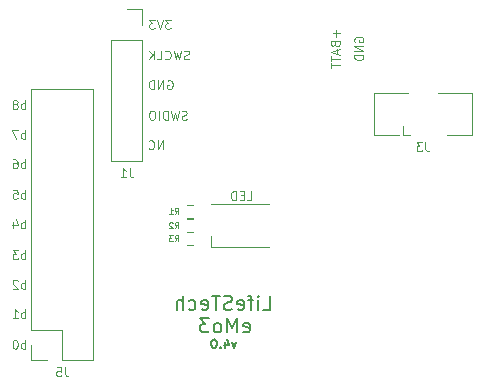
<source format=gbr>
G04 #@! TF.FileFunction,Legend,Bot*
%FSLAX46Y46*%
G04 Gerber Fmt 4.6, Leading zero omitted, Abs format (unit mm)*
G04 Created by KiCad (PCBNEW 4.0.7) date Tuesday, 19 '19e' June '19e' 2018, 11:22:24*
%MOMM*%
%LPD*%
G01*
G04 APERTURE LIST*
%ADD10C,0.100000*%
%ADD11C,0.150000*%
%ADD12C,0.200000*%
%ADD13C,0.120000*%
G04 APERTURE END LIST*
D10*
X137189286Y-85239286D02*
X137189286Y-84489286D01*
X136760714Y-85239286D01*
X136760714Y-84489286D01*
X135975000Y-85167857D02*
X136010714Y-85203571D01*
X136117857Y-85239286D01*
X136189286Y-85239286D01*
X136296429Y-85203571D01*
X136367857Y-85132143D01*
X136403572Y-85060714D01*
X136439286Y-84917857D01*
X136439286Y-84810714D01*
X136403572Y-84667857D01*
X136367857Y-84596429D01*
X136296429Y-84525000D01*
X136189286Y-84489286D01*
X136117857Y-84489286D01*
X136010714Y-84525000D01*
X135975000Y-84560714D01*
D11*
X143396429Y-101564286D02*
X143217858Y-102064286D01*
X143039286Y-101564286D01*
X142432143Y-101564286D02*
X142432143Y-102064286D01*
X142610714Y-101278571D02*
X142789286Y-101814286D01*
X142325000Y-101814286D01*
X142039286Y-101992857D02*
X142003571Y-102028571D01*
X142039286Y-102064286D01*
X142075000Y-102028571D01*
X142039286Y-101992857D01*
X142039286Y-102064286D01*
X141539285Y-101314286D02*
X141467857Y-101314286D01*
X141396428Y-101350000D01*
X141360714Y-101385714D01*
X141325000Y-101457143D01*
X141289285Y-101600000D01*
X141289285Y-101778571D01*
X141325000Y-101921429D01*
X141360714Y-101992857D01*
X141396428Y-102028571D01*
X141467857Y-102064286D01*
X141539285Y-102064286D01*
X141610714Y-102028571D01*
X141646428Y-101992857D01*
X141682143Y-101921429D01*
X141717857Y-101778571D01*
X141717857Y-101600000D01*
X141682143Y-101457143D01*
X141646428Y-101385714D01*
X141610714Y-101350000D01*
X141539285Y-101314286D01*
D12*
X143996428Y-100685714D02*
X144110714Y-100742857D01*
X144339285Y-100742857D01*
X144453571Y-100685714D01*
X144510714Y-100571429D01*
X144510714Y-100114286D01*
X144453571Y-100000000D01*
X144339285Y-99942857D01*
X144110714Y-99942857D01*
X143996428Y-100000000D01*
X143939285Y-100114286D01*
X143939285Y-100228571D01*
X144510714Y-100342857D01*
X143425000Y-100742857D02*
X143425000Y-99542857D01*
X143025000Y-100400000D01*
X142625000Y-99542857D01*
X142625000Y-100742857D01*
X141882142Y-100742857D02*
X141996428Y-100685714D01*
X142053571Y-100628571D01*
X142110714Y-100514286D01*
X142110714Y-100171429D01*
X142053571Y-100057143D01*
X141996428Y-100000000D01*
X141882142Y-99942857D01*
X141710714Y-99942857D01*
X141596428Y-100000000D01*
X141539285Y-100057143D01*
X141482142Y-100171429D01*
X141482142Y-100514286D01*
X141539285Y-100628571D01*
X141596428Y-100685714D01*
X141710714Y-100742857D01*
X141882142Y-100742857D01*
X141082142Y-99542857D02*
X140339285Y-99542857D01*
X140739285Y-100000000D01*
X140567857Y-100000000D01*
X140453571Y-100057143D01*
X140396428Y-100114286D01*
X140339285Y-100228571D01*
X140339285Y-100514286D01*
X140396428Y-100628571D01*
X140453571Y-100685714D01*
X140567857Y-100742857D01*
X140910714Y-100742857D01*
X141025000Y-100685714D01*
X141082142Y-100628571D01*
X145646428Y-98842857D02*
X146217857Y-98842857D01*
X146217857Y-97642857D01*
X145246428Y-98842857D02*
X145246428Y-98042857D01*
X145246428Y-97642857D02*
X145303571Y-97700000D01*
X145246428Y-97757143D01*
X145189285Y-97700000D01*
X145246428Y-97642857D01*
X145246428Y-97757143D01*
X144846427Y-98042857D02*
X144389284Y-98042857D01*
X144674999Y-98842857D02*
X144674999Y-97814286D01*
X144617856Y-97700000D01*
X144503570Y-97642857D01*
X144389284Y-97642857D01*
X143532142Y-98785714D02*
X143646428Y-98842857D01*
X143874999Y-98842857D01*
X143989285Y-98785714D01*
X144046428Y-98671429D01*
X144046428Y-98214286D01*
X143989285Y-98100000D01*
X143874999Y-98042857D01*
X143646428Y-98042857D01*
X143532142Y-98100000D01*
X143474999Y-98214286D01*
X143474999Y-98328571D01*
X144046428Y-98442857D01*
X143017857Y-98785714D02*
X142846428Y-98842857D01*
X142560714Y-98842857D01*
X142446428Y-98785714D01*
X142389285Y-98728571D01*
X142332142Y-98614286D01*
X142332142Y-98500000D01*
X142389285Y-98385714D01*
X142446428Y-98328571D01*
X142560714Y-98271429D01*
X142789285Y-98214286D01*
X142903571Y-98157143D01*
X142960714Y-98100000D01*
X143017857Y-97985714D01*
X143017857Y-97871429D01*
X142960714Y-97757143D01*
X142903571Y-97700000D01*
X142789285Y-97642857D01*
X142503571Y-97642857D01*
X142332142Y-97700000D01*
X141989285Y-97642857D02*
X141303571Y-97642857D01*
X141646428Y-98842857D02*
X141646428Y-97642857D01*
X140446428Y-98785714D02*
X140560714Y-98842857D01*
X140789285Y-98842857D01*
X140903571Y-98785714D01*
X140960714Y-98671429D01*
X140960714Y-98214286D01*
X140903571Y-98100000D01*
X140789285Y-98042857D01*
X140560714Y-98042857D01*
X140446428Y-98100000D01*
X140389285Y-98214286D01*
X140389285Y-98328571D01*
X140960714Y-98442857D01*
X139360714Y-98785714D02*
X139475000Y-98842857D01*
X139703571Y-98842857D01*
X139817857Y-98785714D01*
X139875000Y-98728571D01*
X139932143Y-98614286D01*
X139932143Y-98271429D01*
X139875000Y-98157143D01*
X139817857Y-98100000D01*
X139703571Y-98042857D01*
X139475000Y-98042857D01*
X139360714Y-98100000D01*
X138846429Y-98842857D02*
X138846429Y-97642857D01*
X138332143Y-98842857D02*
X138332143Y-98214286D01*
X138389286Y-98100000D01*
X138503572Y-98042857D01*
X138675000Y-98042857D01*
X138789286Y-98100000D01*
X138846429Y-98157143D01*
D10*
X153425000Y-76128572D02*
X153389286Y-76057143D01*
X153389286Y-75950000D01*
X153425000Y-75842857D01*
X153496429Y-75771429D01*
X153567857Y-75735714D01*
X153710714Y-75700000D01*
X153817857Y-75700000D01*
X153960714Y-75735714D01*
X154032143Y-75771429D01*
X154103571Y-75842857D01*
X154139286Y-75950000D01*
X154139286Y-76021429D01*
X154103571Y-76128572D01*
X154067857Y-76164286D01*
X153817857Y-76164286D01*
X153817857Y-76021429D01*
X154139286Y-76485714D02*
X153389286Y-76485714D01*
X154139286Y-76914286D01*
X153389286Y-76914286D01*
X154139286Y-77271428D02*
X153389286Y-77271428D01*
X153389286Y-77450000D01*
X153425000Y-77557143D01*
X153496429Y-77628571D01*
X153567857Y-77664286D01*
X153710714Y-77700000D01*
X153817857Y-77700000D01*
X153960714Y-77664286D01*
X154032143Y-77628571D01*
X154103571Y-77557143D01*
X154139286Y-77450000D01*
X154139286Y-77271428D01*
X151853571Y-75146428D02*
X151853571Y-75717857D01*
X152139286Y-75432143D02*
X151567857Y-75432143D01*
X151746429Y-76324999D02*
X151782143Y-76432142D01*
X151817857Y-76467857D01*
X151889286Y-76503571D01*
X151996429Y-76503571D01*
X152067857Y-76467857D01*
X152103571Y-76432142D01*
X152139286Y-76360714D01*
X152139286Y-76074999D01*
X151389286Y-76074999D01*
X151389286Y-76324999D01*
X151425000Y-76396428D01*
X151460714Y-76432142D01*
X151532143Y-76467857D01*
X151603571Y-76467857D01*
X151675000Y-76432142D01*
X151710714Y-76396428D01*
X151746429Y-76324999D01*
X151746429Y-76074999D01*
X151925000Y-76789285D02*
X151925000Y-77146428D01*
X152139286Y-76717857D02*
X151389286Y-76967857D01*
X152139286Y-77217857D01*
X151389286Y-77360714D02*
X151389286Y-77789285D01*
X152139286Y-77574999D02*
X151389286Y-77574999D01*
X151389286Y-77932143D02*
X151389286Y-78360714D01*
X152139286Y-78146428D02*
X151389286Y-78146428D01*
X125517857Y-81839286D02*
X125517857Y-81089286D01*
X125517857Y-81375000D02*
X125446428Y-81339286D01*
X125303571Y-81339286D01*
X125232142Y-81375000D01*
X125196428Y-81410714D01*
X125160714Y-81482143D01*
X125160714Y-81696429D01*
X125196428Y-81767857D01*
X125232142Y-81803571D01*
X125303571Y-81839286D01*
X125446428Y-81839286D01*
X125517857Y-81803571D01*
X124732143Y-81410714D02*
X124803571Y-81375000D01*
X124839286Y-81339286D01*
X124875000Y-81267857D01*
X124875000Y-81232143D01*
X124839286Y-81160714D01*
X124803571Y-81125000D01*
X124732143Y-81089286D01*
X124589286Y-81089286D01*
X124517857Y-81125000D01*
X124482143Y-81160714D01*
X124446428Y-81232143D01*
X124446428Y-81267857D01*
X124482143Y-81339286D01*
X124517857Y-81375000D01*
X124589286Y-81410714D01*
X124732143Y-81410714D01*
X124803571Y-81446429D01*
X124839286Y-81482143D01*
X124875000Y-81553571D01*
X124875000Y-81696429D01*
X124839286Y-81767857D01*
X124803571Y-81803571D01*
X124732143Y-81839286D01*
X124589286Y-81839286D01*
X124517857Y-81803571D01*
X124482143Y-81767857D01*
X124446428Y-81696429D01*
X124446428Y-81553571D01*
X124482143Y-81482143D01*
X124517857Y-81446429D01*
X124589286Y-81410714D01*
X125517857Y-84339286D02*
X125517857Y-83589286D01*
X125517857Y-83875000D02*
X125446428Y-83839286D01*
X125303571Y-83839286D01*
X125232142Y-83875000D01*
X125196428Y-83910714D01*
X125160714Y-83982143D01*
X125160714Y-84196429D01*
X125196428Y-84267857D01*
X125232142Y-84303571D01*
X125303571Y-84339286D01*
X125446428Y-84339286D01*
X125517857Y-84303571D01*
X124910714Y-83589286D02*
X124410714Y-83589286D01*
X124732143Y-84339286D01*
X125517857Y-86839286D02*
X125517857Y-86089286D01*
X125517857Y-86375000D02*
X125446428Y-86339286D01*
X125303571Y-86339286D01*
X125232142Y-86375000D01*
X125196428Y-86410714D01*
X125160714Y-86482143D01*
X125160714Y-86696429D01*
X125196428Y-86767857D01*
X125232142Y-86803571D01*
X125303571Y-86839286D01*
X125446428Y-86839286D01*
X125517857Y-86803571D01*
X124517857Y-86089286D02*
X124660714Y-86089286D01*
X124732143Y-86125000D01*
X124767857Y-86160714D01*
X124839286Y-86267857D01*
X124875000Y-86410714D01*
X124875000Y-86696429D01*
X124839286Y-86767857D01*
X124803571Y-86803571D01*
X124732143Y-86839286D01*
X124589286Y-86839286D01*
X124517857Y-86803571D01*
X124482143Y-86767857D01*
X124446428Y-86696429D01*
X124446428Y-86517857D01*
X124482143Y-86446429D01*
X124517857Y-86410714D01*
X124589286Y-86375000D01*
X124732143Y-86375000D01*
X124803571Y-86410714D01*
X124839286Y-86446429D01*
X124875000Y-86517857D01*
X125517857Y-89439286D02*
X125517857Y-88689286D01*
X125517857Y-88975000D02*
X125446428Y-88939286D01*
X125303571Y-88939286D01*
X125232142Y-88975000D01*
X125196428Y-89010714D01*
X125160714Y-89082143D01*
X125160714Y-89296429D01*
X125196428Y-89367857D01*
X125232142Y-89403571D01*
X125303571Y-89439286D01*
X125446428Y-89439286D01*
X125517857Y-89403571D01*
X124482143Y-88689286D02*
X124839286Y-88689286D01*
X124875000Y-89046429D01*
X124839286Y-89010714D01*
X124767857Y-88975000D01*
X124589286Y-88975000D01*
X124517857Y-89010714D01*
X124482143Y-89046429D01*
X124446428Y-89117857D01*
X124446428Y-89296429D01*
X124482143Y-89367857D01*
X124517857Y-89403571D01*
X124589286Y-89439286D01*
X124767857Y-89439286D01*
X124839286Y-89403571D01*
X124875000Y-89367857D01*
X125517857Y-91939286D02*
X125517857Y-91189286D01*
X125517857Y-91475000D02*
X125446428Y-91439286D01*
X125303571Y-91439286D01*
X125232142Y-91475000D01*
X125196428Y-91510714D01*
X125160714Y-91582143D01*
X125160714Y-91796429D01*
X125196428Y-91867857D01*
X125232142Y-91903571D01*
X125303571Y-91939286D01*
X125446428Y-91939286D01*
X125517857Y-91903571D01*
X124517857Y-91439286D02*
X124517857Y-91939286D01*
X124696428Y-91153571D02*
X124875000Y-91689286D01*
X124410714Y-91689286D01*
X125517857Y-94539286D02*
X125517857Y-93789286D01*
X125517857Y-94075000D02*
X125446428Y-94039286D01*
X125303571Y-94039286D01*
X125232142Y-94075000D01*
X125196428Y-94110714D01*
X125160714Y-94182143D01*
X125160714Y-94396429D01*
X125196428Y-94467857D01*
X125232142Y-94503571D01*
X125303571Y-94539286D01*
X125446428Y-94539286D01*
X125517857Y-94503571D01*
X124910714Y-93789286D02*
X124446428Y-93789286D01*
X124696428Y-94075000D01*
X124589286Y-94075000D01*
X124517857Y-94110714D01*
X124482143Y-94146429D01*
X124446428Y-94217857D01*
X124446428Y-94396429D01*
X124482143Y-94467857D01*
X124517857Y-94503571D01*
X124589286Y-94539286D01*
X124803571Y-94539286D01*
X124875000Y-94503571D01*
X124910714Y-94467857D01*
X125517857Y-97039286D02*
X125517857Y-96289286D01*
X125517857Y-96575000D02*
X125446428Y-96539286D01*
X125303571Y-96539286D01*
X125232142Y-96575000D01*
X125196428Y-96610714D01*
X125160714Y-96682143D01*
X125160714Y-96896429D01*
X125196428Y-96967857D01*
X125232142Y-97003571D01*
X125303571Y-97039286D01*
X125446428Y-97039286D01*
X125517857Y-97003571D01*
X124875000Y-96360714D02*
X124839286Y-96325000D01*
X124767857Y-96289286D01*
X124589286Y-96289286D01*
X124517857Y-96325000D01*
X124482143Y-96360714D01*
X124446428Y-96432143D01*
X124446428Y-96503571D01*
X124482143Y-96610714D01*
X124910714Y-97039286D01*
X124446428Y-97039286D01*
X125517857Y-99539286D02*
X125517857Y-98789286D01*
X125517857Y-99075000D02*
X125446428Y-99039286D01*
X125303571Y-99039286D01*
X125232142Y-99075000D01*
X125196428Y-99110714D01*
X125160714Y-99182143D01*
X125160714Y-99396429D01*
X125196428Y-99467857D01*
X125232142Y-99503571D01*
X125303571Y-99539286D01*
X125446428Y-99539286D01*
X125517857Y-99503571D01*
X124446428Y-99539286D02*
X124875000Y-99539286D01*
X124660714Y-99539286D02*
X124660714Y-98789286D01*
X124732143Y-98896429D01*
X124803571Y-98967857D01*
X124875000Y-99003571D01*
X125517857Y-102139286D02*
X125517857Y-101389286D01*
X125517857Y-101675000D02*
X125446428Y-101639286D01*
X125303571Y-101639286D01*
X125232142Y-101675000D01*
X125196428Y-101710714D01*
X125160714Y-101782143D01*
X125160714Y-101996429D01*
X125196428Y-102067857D01*
X125232142Y-102103571D01*
X125303571Y-102139286D01*
X125446428Y-102139286D01*
X125517857Y-102103571D01*
X124696428Y-101389286D02*
X124625000Y-101389286D01*
X124553571Y-101425000D01*
X124517857Y-101460714D01*
X124482143Y-101532143D01*
X124446428Y-101675000D01*
X124446428Y-101853571D01*
X124482143Y-101996429D01*
X124517857Y-102067857D01*
X124553571Y-102103571D01*
X124625000Y-102139286D01*
X124696428Y-102139286D01*
X124767857Y-102103571D01*
X124803571Y-102067857D01*
X124839286Y-101996429D01*
X124875000Y-101853571D01*
X124875000Y-101675000D01*
X124839286Y-101532143D01*
X124803571Y-101460714D01*
X124767857Y-101425000D01*
X124696428Y-101389286D01*
X139189286Y-82703571D02*
X139082143Y-82739286D01*
X138903572Y-82739286D01*
X138832143Y-82703571D01*
X138796429Y-82667857D01*
X138760714Y-82596429D01*
X138760714Y-82525000D01*
X138796429Y-82453571D01*
X138832143Y-82417857D01*
X138903572Y-82382143D01*
X139046429Y-82346429D01*
X139117857Y-82310714D01*
X139153572Y-82275000D01*
X139189286Y-82203571D01*
X139189286Y-82132143D01*
X139153572Y-82060714D01*
X139117857Y-82025000D01*
X139046429Y-81989286D01*
X138867857Y-81989286D01*
X138760714Y-82025000D01*
X138510714Y-81989286D02*
X138332143Y-82739286D01*
X138189286Y-82203571D01*
X138046428Y-82739286D01*
X137867857Y-81989286D01*
X137582143Y-82739286D02*
X137582143Y-81989286D01*
X137403571Y-81989286D01*
X137296428Y-82025000D01*
X137225000Y-82096429D01*
X137189285Y-82167857D01*
X137153571Y-82310714D01*
X137153571Y-82417857D01*
X137189285Y-82560714D01*
X137225000Y-82632143D01*
X137296428Y-82703571D01*
X137403571Y-82739286D01*
X137582143Y-82739286D01*
X136832143Y-82739286D02*
X136832143Y-81989286D01*
X136332142Y-81989286D02*
X136189285Y-81989286D01*
X136117857Y-82025000D01*
X136046428Y-82096429D01*
X136010714Y-82239286D01*
X136010714Y-82489286D01*
X136046428Y-82632143D01*
X136117857Y-82703571D01*
X136189285Y-82739286D01*
X136332142Y-82739286D01*
X136403571Y-82703571D01*
X136475000Y-82632143D01*
X136510714Y-82489286D01*
X136510714Y-82239286D01*
X136475000Y-82096429D01*
X136403571Y-82025000D01*
X136332142Y-81989286D01*
X137571428Y-79425000D02*
X137642857Y-79389286D01*
X137750000Y-79389286D01*
X137857143Y-79425000D01*
X137928571Y-79496429D01*
X137964286Y-79567857D01*
X138000000Y-79710714D01*
X138000000Y-79817857D01*
X137964286Y-79960714D01*
X137928571Y-80032143D01*
X137857143Y-80103571D01*
X137750000Y-80139286D01*
X137678571Y-80139286D01*
X137571428Y-80103571D01*
X137535714Y-80067857D01*
X137535714Y-79817857D01*
X137678571Y-79817857D01*
X137214286Y-80139286D02*
X137214286Y-79389286D01*
X136785714Y-80139286D01*
X136785714Y-79389286D01*
X136428572Y-80139286D02*
X136428572Y-79389286D01*
X136250000Y-79389286D01*
X136142857Y-79425000D01*
X136071429Y-79496429D01*
X136035714Y-79567857D01*
X136000000Y-79710714D01*
X136000000Y-79817857D01*
X136035714Y-79960714D01*
X136071429Y-80032143D01*
X136142857Y-80103571D01*
X136250000Y-80139286D01*
X136428572Y-80139286D01*
X139396429Y-77603571D02*
X139289286Y-77639286D01*
X139110715Y-77639286D01*
X139039286Y-77603571D01*
X139003572Y-77567857D01*
X138967857Y-77496429D01*
X138967857Y-77425000D01*
X139003572Y-77353571D01*
X139039286Y-77317857D01*
X139110715Y-77282143D01*
X139253572Y-77246429D01*
X139325000Y-77210714D01*
X139360715Y-77175000D01*
X139396429Y-77103571D01*
X139396429Y-77032143D01*
X139360715Y-76960714D01*
X139325000Y-76925000D01*
X139253572Y-76889286D01*
X139075000Y-76889286D01*
X138967857Y-76925000D01*
X138717857Y-76889286D02*
X138539286Y-77639286D01*
X138396429Y-77103571D01*
X138253571Y-77639286D01*
X138075000Y-76889286D01*
X137360714Y-77567857D02*
X137396428Y-77603571D01*
X137503571Y-77639286D01*
X137575000Y-77639286D01*
X137682143Y-77603571D01*
X137753571Y-77532143D01*
X137789286Y-77460714D01*
X137825000Y-77317857D01*
X137825000Y-77210714D01*
X137789286Y-77067857D01*
X137753571Y-76996429D01*
X137682143Y-76925000D01*
X137575000Y-76889286D01*
X137503571Y-76889286D01*
X137396428Y-76925000D01*
X137360714Y-76960714D01*
X136682143Y-77639286D02*
X137039286Y-77639286D01*
X137039286Y-76889286D01*
X136432143Y-77639286D02*
X136432143Y-76889286D01*
X136003571Y-77639286D02*
X136325000Y-77210714D01*
X136003571Y-76889286D02*
X136432143Y-77317857D01*
X137828571Y-74289286D02*
X137364285Y-74289286D01*
X137614285Y-74575000D01*
X137507143Y-74575000D01*
X137435714Y-74610714D01*
X137400000Y-74646429D01*
X137364285Y-74717857D01*
X137364285Y-74896429D01*
X137400000Y-74967857D01*
X137435714Y-75003571D01*
X137507143Y-75039286D01*
X137721428Y-75039286D01*
X137792857Y-75003571D01*
X137828571Y-74967857D01*
X137149999Y-74289286D02*
X136899999Y-75039286D01*
X136649999Y-74289286D01*
X136471428Y-74289286D02*
X136007142Y-74289286D01*
X136257142Y-74575000D01*
X136150000Y-74575000D01*
X136078571Y-74610714D01*
X136042857Y-74646429D01*
X136007142Y-74717857D01*
X136007142Y-74896429D01*
X136042857Y-74967857D01*
X136078571Y-75003571D01*
X136150000Y-75039286D01*
X136364285Y-75039286D01*
X136435714Y-75003571D01*
X136471428Y-74967857D01*
D13*
X141250000Y-93500000D02*
X141250000Y-92600000D01*
X141250000Y-89900000D02*
X146150000Y-89900000D01*
X146150000Y-93500000D02*
X141250000Y-93500000D01*
X135430000Y-86210000D02*
X132770000Y-86210000D01*
X135430000Y-75990000D02*
X135430000Y-86210000D01*
X132770000Y-75990000D02*
X132770000Y-86210000D01*
X135430000Y-75990000D02*
X132770000Y-75990000D01*
X135430000Y-74720000D02*
X135430000Y-73390000D01*
X135430000Y-73390000D02*
X134100000Y-73390000D01*
X157500000Y-83275000D02*
X157500000Y-84025000D01*
X157500000Y-84025000D02*
X158100000Y-84025000D01*
X157200000Y-84025000D02*
X155050000Y-84025000D01*
X163350000Y-84025000D02*
X163350000Y-80475000D01*
X155050000Y-80475000D02*
X157950000Y-80475000D01*
X155050000Y-84025000D02*
X155050000Y-80475000D01*
X163350000Y-80475000D02*
X160450000Y-80475000D01*
X161200000Y-84025000D02*
X163350000Y-84025000D01*
X126045000Y-80135000D02*
X131245000Y-80135000D01*
X126045000Y-100515000D02*
X126045000Y-80135000D01*
X131245000Y-103115000D02*
X131245000Y-80135000D01*
X126045000Y-100515000D02*
X128645000Y-100515000D01*
X128645000Y-100515000D02*
X128645000Y-103115000D01*
X128645000Y-103115000D02*
X131245000Y-103115000D01*
X126045000Y-101785000D02*
X126045000Y-103115000D01*
X126045000Y-103115000D02*
X127375000Y-103115000D01*
X139750000Y-91030000D02*
X139250000Y-91030000D01*
X139250000Y-89970000D02*
X139750000Y-89970000D01*
X139750000Y-92230000D02*
X139250000Y-92230000D01*
X139250000Y-91170000D02*
X139750000Y-91170000D01*
X139750000Y-93330000D02*
X139250000Y-93330000D01*
X139250000Y-92270000D02*
X139750000Y-92270000D01*
D10*
X144282143Y-89539286D02*
X144639286Y-89539286D01*
X144639286Y-88789286D01*
X144032143Y-89146429D02*
X143782143Y-89146429D01*
X143675000Y-89539286D02*
X144032143Y-89539286D01*
X144032143Y-88789286D01*
X143675000Y-88789286D01*
X143353572Y-89539286D02*
X143353572Y-88789286D01*
X143175000Y-88789286D01*
X143067857Y-88825000D01*
X142996429Y-88896429D01*
X142960714Y-88967857D01*
X142925000Y-89110714D01*
X142925000Y-89217857D01*
X142960714Y-89360714D01*
X142996429Y-89432143D01*
X143067857Y-89503571D01*
X143175000Y-89539286D01*
X143353572Y-89539286D01*
X134350000Y-86849286D02*
X134350000Y-87385000D01*
X134385714Y-87492143D01*
X134457143Y-87563571D01*
X134564286Y-87599286D01*
X134635714Y-87599286D01*
X133599999Y-87599286D02*
X134028571Y-87599286D01*
X133814285Y-87599286D02*
X133814285Y-86849286D01*
X133885714Y-86956429D01*
X133957142Y-87027857D01*
X134028571Y-87063571D01*
X159400000Y-84664286D02*
X159400000Y-85200000D01*
X159435714Y-85307143D01*
X159507143Y-85378571D01*
X159614286Y-85414286D01*
X159685714Y-85414286D01*
X159114285Y-84664286D02*
X158649999Y-84664286D01*
X158899999Y-84950000D01*
X158792857Y-84950000D01*
X158721428Y-84985714D01*
X158685714Y-85021429D01*
X158649999Y-85092857D01*
X158649999Y-85271429D01*
X158685714Y-85342857D01*
X158721428Y-85378571D01*
X158792857Y-85414286D01*
X159007142Y-85414286D01*
X159078571Y-85378571D01*
X159114285Y-85342857D01*
X128895000Y-103704286D02*
X128895000Y-104240000D01*
X128930714Y-104347143D01*
X129002143Y-104418571D01*
X129109286Y-104454286D01*
X129180714Y-104454286D01*
X128180714Y-103704286D02*
X128537857Y-103704286D01*
X128573571Y-104061429D01*
X128537857Y-104025714D01*
X128466428Y-103990000D01*
X128287857Y-103990000D01*
X128216428Y-104025714D01*
X128180714Y-104061429D01*
X128144999Y-104132857D01*
X128144999Y-104311429D01*
X128180714Y-104382857D01*
X128216428Y-104418571D01*
X128287857Y-104454286D01*
X128466428Y-104454286D01*
X128537857Y-104418571D01*
X128573571Y-104382857D01*
X138183333Y-90726190D02*
X138350000Y-90488095D01*
X138469047Y-90726190D02*
X138469047Y-90226190D01*
X138278571Y-90226190D01*
X138230952Y-90250000D01*
X138207143Y-90273810D01*
X138183333Y-90321429D01*
X138183333Y-90392857D01*
X138207143Y-90440476D01*
X138230952Y-90464286D01*
X138278571Y-90488095D01*
X138469047Y-90488095D01*
X137707143Y-90726190D02*
X137992857Y-90726190D01*
X137850000Y-90726190D02*
X137850000Y-90226190D01*
X137897619Y-90297619D01*
X137945238Y-90345238D01*
X137992857Y-90369048D01*
X138183333Y-91926190D02*
X138350000Y-91688095D01*
X138469047Y-91926190D02*
X138469047Y-91426190D01*
X138278571Y-91426190D01*
X138230952Y-91450000D01*
X138207143Y-91473810D01*
X138183333Y-91521429D01*
X138183333Y-91592857D01*
X138207143Y-91640476D01*
X138230952Y-91664286D01*
X138278571Y-91688095D01*
X138469047Y-91688095D01*
X137992857Y-91473810D02*
X137969047Y-91450000D01*
X137921428Y-91426190D01*
X137802381Y-91426190D01*
X137754762Y-91450000D01*
X137730952Y-91473810D01*
X137707143Y-91521429D01*
X137707143Y-91569048D01*
X137730952Y-91640476D01*
X138016666Y-91926190D01*
X137707143Y-91926190D01*
X138183333Y-93026190D02*
X138350000Y-92788095D01*
X138469047Y-93026190D02*
X138469047Y-92526190D01*
X138278571Y-92526190D01*
X138230952Y-92550000D01*
X138207143Y-92573810D01*
X138183333Y-92621429D01*
X138183333Y-92692857D01*
X138207143Y-92740476D01*
X138230952Y-92764286D01*
X138278571Y-92788095D01*
X138469047Y-92788095D01*
X138016666Y-92526190D02*
X137707143Y-92526190D01*
X137873809Y-92716667D01*
X137802381Y-92716667D01*
X137754762Y-92740476D01*
X137730952Y-92764286D01*
X137707143Y-92811905D01*
X137707143Y-92930952D01*
X137730952Y-92978571D01*
X137754762Y-93002381D01*
X137802381Y-93026190D01*
X137945238Y-93026190D01*
X137992857Y-93002381D01*
X138016666Y-92978571D01*
M02*

</source>
